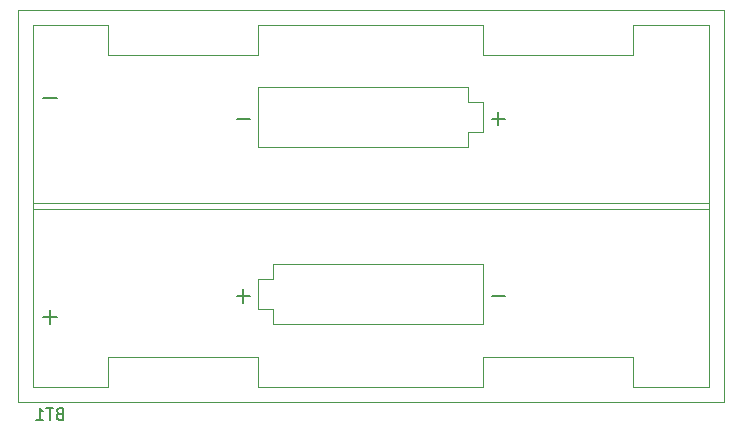
<source format=gbr>
G04 #@! TF.GenerationSoftware,KiCad,Pcbnew,(5.1.4)-1*
G04 #@! TF.CreationDate,2019-10-03T09:13:13-04:00*
G04 #@! TF.ProjectId,8-bit counter,382d6269-7420-4636-9f75-6e7465722e6b,rev?*
G04 #@! TF.SameCoordinates,Original*
G04 #@! TF.FileFunction,Legend,Bot*
G04 #@! TF.FilePolarity,Positive*
%FSLAX46Y46*%
G04 Gerber Fmt 4.6, Leading zero omitted, Abs format (unit mm)*
G04 Created by KiCad (PCBNEW (5.1.4)-1) date 2019-10-03 09:13:13*
%MOMM*%
%LPD*%
G04 APERTURE LIST*
%ADD10C,0.120000*%
%ADD11C,0.150000*%
G04 APERTURE END LIST*
D10*
X144650000Y-42747000D02*
X144650000Y-75867000D01*
X84940000Y-42747000D02*
X144650000Y-42747000D01*
X84940000Y-75867000D02*
X84940000Y-42747000D01*
X144650000Y-75867000D02*
X84940000Y-75867000D01*
X105255000Y-49272000D02*
X105255000Y-54352000D01*
X105255000Y-54352000D02*
X123035000Y-54352000D01*
X123035000Y-54352000D02*
X123035000Y-53082000D01*
X123035000Y-53082000D02*
X124305000Y-53082000D01*
X124305000Y-53082000D02*
X124305000Y-50542000D01*
X124305000Y-50542000D02*
X123035000Y-50542000D01*
X123035000Y-50542000D02*
X123035000Y-49272000D01*
X123035000Y-49272000D02*
X105255000Y-49272000D01*
X124305000Y-68072000D02*
X124305000Y-64262000D01*
X124305000Y-64262000D02*
X106525000Y-64262000D01*
X106525000Y-64262000D02*
X106525000Y-65532000D01*
X106525000Y-65532000D02*
X105255000Y-65532000D01*
X105255000Y-65532000D02*
X105255000Y-68072000D01*
X105255000Y-68072000D02*
X106525000Y-68072000D01*
X106525000Y-68072000D02*
X106525000Y-69342000D01*
X106525000Y-69342000D02*
X124305000Y-69342000D01*
X124305000Y-69342000D02*
X124305000Y-68072000D01*
X86210000Y-59561000D02*
X143380000Y-59561000D01*
X143380000Y-59053000D02*
X86210000Y-59053000D01*
X105255000Y-46557000D02*
X105255000Y-44017000D01*
X105255000Y-44017000D02*
X124305000Y-44017000D01*
X124305000Y-44017000D02*
X124305000Y-46557000D01*
X137005000Y-72057000D02*
X124305000Y-72057000D01*
X124305000Y-72057000D02*
X124305000Y-74597000D01*
X124305000Y-74597000D02*
X105255000Y-74597000D01*
X105255000Y-74597000D02*
X105255000Y-72057000D01*
X137005000Y-46557000D02*
X124305000Y-46557000D01*
X92555000Y-72057000D02*
X105255000Y-72057000D01*
X92555000Y-72057000D02*
X92555000Y-74597000D01*
X92555000Y-74597000D02*
X86210000Y-74597000D01*
X86210000Y-74597000D02*
X86210000Y-44017000D01*
X86210000Y-44017000D02*
X92555000Y-44017000D01*
X92555000Y-44017000D02*
X92555000Y-46557000D01*
X92555000Y-46557000D02*
X105255000Y-46557000D01*
X143380000Y-74597000D02*
X137005000Y-74597000D01*
X137005000Y-74597000D02*
X137005000Y-72057000D01*
X143380000Y-74597000D02*
X143380000Y-44017000D01*
X143380000Y-44017000D02*
X137005000Y-44017000D01*
X137005000Y-44017000D02*
X137005000Y-46557000D01*
D11*
X88415714Y-76890571D02*
X88272857Y-76938190D01*
X88225238Y-76985809D01*
X88177619Y-77081047D01*
X88177619Y-77223904D01*
X88225238Y-77319142D01*
X88272857Y-77366761D01*
X88368095Y-77414380D01*
X88749047Y-77414380D01*
X88749047Y-76414380D01*
X88415714Y-76414380D01*
X88320476Y-76462000D01*
X88272857Y-76509619D01*
X88225238Y-76604857D01*
X88225238Y-76700095D01*
X88272857Y-76795333D01*
X88320476Y-76842952D01*
X88415714Y-76890571D01*
X88749047Y-76890571D01*
X87891904Y-76414380D02*
X87320476Y-76414380D01*
X87606190Y-77414380D02*
X87606190Y-76414380D01*
X86463333Y-77414380D02*
X87034761Y-77414380D01*
X86749047Y-77414380D02*
X86749047Y-76414380D01*
X86844285Y-76557238D01*
X86939523Y-76652476D01*
X87034761Y-76700095D01*
X126146428Y-66909142D02*
X125003571Y-66909142D01*
X104556428Y-66909142D02*
X103413571Y-66909142D01*
X103985000Y-67480571D02*
X103985000Y-66337714D01*
X126146428Y-51919142D02*
X125003571Y-51919142D01*
X125575000Y-52490571D02*
X125575000Y-51347714D01*
X104556428Y-51919142D02*
X103413571Y-51919142D01*
X88201428Y-68687142D02*
X87058571Y-68687142D01*
X87630000Y-69258571D02*
X87630000Y-68115714D01*
X88201428Y-50145142D02*
X87058571Y-50145142D01*
M02*

</source>
